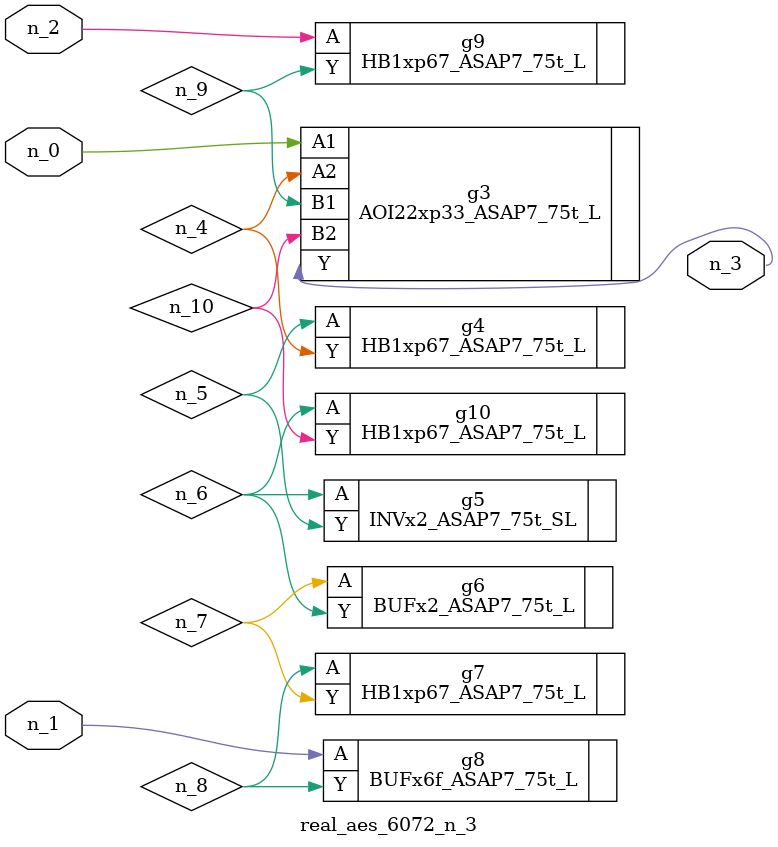
<source format=v>
module real_aes_6072_n_3 (n_0, n_2, n_1, n_3);
input n_0;
input n_2;
input n_1;
output n_3;
wire n_4;
wire n_5;
wire n_7;
wire n_9;
wire n_6;
wire n_8;
wire n_10;
AOI22xp33_ASAP7_75t_L g3 ( .A1(n_0), .A2(n_4), .B1(n_9), .B2(n_10), .Y(n_3) );
BUFx6f_ASAP7_75t_L g8 ( .A(n_1), .Y(n_8) );
HB1xp67_ASAP7_75t_L g9 ( .A(n_2), .Y(n_9) );
HB1xp67_ASAP7_75t_L g4 ( .A(n_5), .Y(n_4) );
INVx2_ASAP7_75t_SL g5 ( .A(n_6), .Y(n_5) );
HB1xp67_ASAP7_75t_L g10 ( .A(n_6), .Y(n_10) );
BUFx2_ASAP7_75t_L g6 ( .A(n_7), .Y(n_6) );
HB1xp67_ASAP7_75t_L g7 ( .A(n_8), .Y(n_7) );
endmodule
</source>
